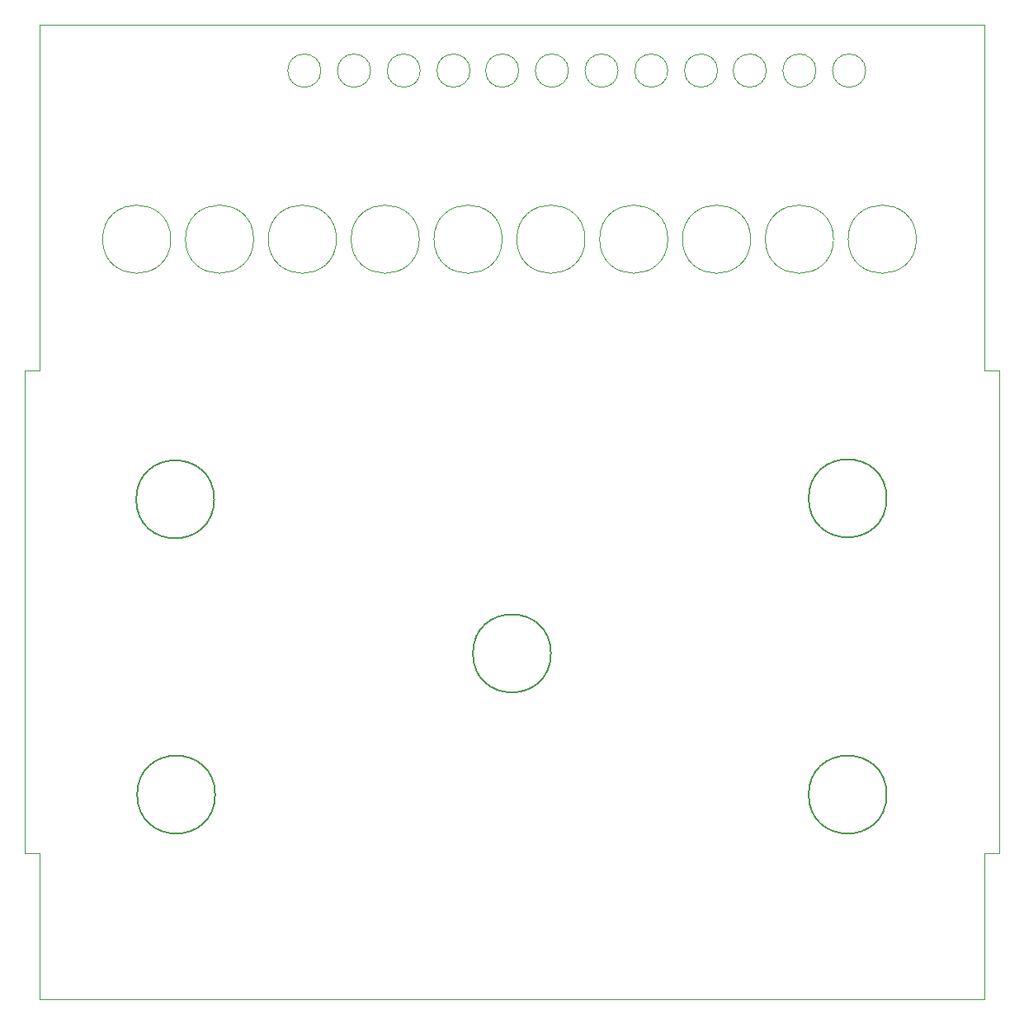
<source format=gbr>
%TF.GenerationSoftware,KiCad,Pcbnew,7.0.7*%
%TF.CreationDate,2023-10-03T08:45:34+02:00*%
%TF.ProjectId,frontPanel,66726f6e-7450-4616-9e65-6c2e6b696361,rev?*%
%TF.SameCoordinates,Original*%
%TF.FileFunction,Profile,NP*%
%FSLAX46Y46*%
G04 Gerber Fmt 4.6, Leading zero omitted, Abs format (unit mm)*
G04 Created by KiCad (PCBNEW 7.0.7) date 2023-10-03 08:45:34*
%MOMM*%
%LPD*%
G01*
G04 APERTURE LIST*
%TA.AperFunction,Profile*%
%ADD10C,0.050000*%
%TD*%
%TA.AperFunction,Profile*%
%ADD11C,0.100000*%
%TD*%
%TA.AperFunction,Profile*%
%ADD12C,0.200000*%
%TD*%
G04 APERTURE END LIST*
D10*
X179515000Y-133827731D02*
X181015000Y-133827731D01*
D11*
X164015000Y-70827731D02*
G75*
G03*
X164015000Y-70827731I-3500000J0D01*
G01*
D10*
X82515000Y-48827731D02*
X82515000Y-84327731D01*
X82515000Y-148827731D02*
X102515000Y-148827731D01*
D11*
X111415000Y-53527731D02*
G75*
G03*
X111415000Y-53527731I-1700000J0D01*
G01*
X155515000Y-70827731D02*
G75*
G03*
X155515000Y-70827731I-3500000J0D01*
G01*
X157115000Y-53527731D02*
G75*
G03*
X157115000Y-53527731I-1700000J0D01*
G01*
X130015000Y-70827731D02*
G75*
G03*
X130015000Y-70827731I-3500000J0D01*
G01*
D12*
X100464000Y-97515231D02*
G75*
G03*
X100464000Y-97515231I-4000000J0D01*
G01*
D10*
X179515000Y-148827731D02*
X159515000Y-148827731D01*
X181015000Y-84327731D02*
X179515000Y-84327731D01*
D12*
X169464000Y-127815231D02*
G75*
G03*
X169464000Y-127815231I-4000000J0D01*
G01*
D10*
X82515000Y-48827731D02*
X102515000Y-48827731D01*
D11*
X147015000Y-53527731D02*
G75*
G03*
X147015000Y-53527731I-1700000J0D01*
G01*
X162215000Y-53527731D02*
G75*
G03*
X162215000Y-53527731I-1700000J0D01*
G01*
X116515000Y-53527731D02*
G75*
G03*
X116515000Y-53527731I-1700000J0D01*
G01*
D10*
X179515000Y-84327731D02*
X179515000Y-48827731D01*
D11*
X121615000Y-53527731D02*
G75*
G03*
X121615000Y-53527731I-1700000J0D01*
G01*
X96015000Y-70827731D02*
G75*
G03*
X96015000Y-70827731I-3500000J0D01*
G01*
X152115000Y-53527731D02*
G75*
G03*
X152115000Y-53527731I-1700000J0D01*
G01*
X167315000Y-53527731D02*
G75*
G03*
X167315000Y-53527731I-1700000J0D01*
G01*
D10*
X81015000Y-133827731D02*
X81015000Y-84327731D01*
D11*
X121515000Y-70827731D02*
G75*
G03*
X121515000Y-70827731I-3500000J0D01*
G01*
D12*
X100564000Y-127815231D02*
G75*
G03*
X100564000Y-127815231I-4000000J0D01*
G01*
D11*
X141915000Y-53527731D02*
G75*
G03*
X141915000Y-53527731I-1700000J0D01*
G01*
X147015000Y-70827731D02*
G75*
G03*
X147015000Y-70827731I-3500000J0D01*
G01*
X138515000Y-70827731D02*
G75*
G03*
X138515000Y-70827731I-3500000J0D01*
G01*
D10*
X179515000Y-148827731D02*
X179515000Y-133827731D01*
D12*
X169464000Y-97415231D02*
G75*
G03*
X169464000Y-97415231I-4000000J0D01*
G01*
D11*
X131715000Y-53527731D02*
G75*
G03*
X131715000Y-53527731I-1700000J0D01*
G01*
X126715000Y-53527731D02*
G75*
G03*
X126715000Y-53527731I-1700000J0D01*
G01*
D10*
X82515000Y-84327731D02*
X81015000Y-84327731D01*
X82515000Y-133827731D02*
X82515000Y-148827731D01*
D11*
X113015000Y-70827731D02*
G75*
G03*
X113015000Y-70827731I-3500000J0D01*
G01*
D12*
X135015000Y-113327731D02*
G75*
G03*
X135015000Y-113327731I-4000000J0D01*
G01*
D10*
X81015000Y-133827731D02*
X82515000Y-133827731D01*
X181015000Y-84327731D02*
X181015000Y-133827731D01*
D11*
X136815000Y-53527731D02*
G75*
G03*
X136815000Y-53527731I-1700000J0D01*
G01*
D10*
X179515000Y-48827731D02*
X102515000Y-48827731D01*
D11*
X172515000Y-70827731D02*
G75*
G03*
X172515000Y-70827731I-3500000J0D01*
G01*
X104515000Y-70827731D02*
G75*
G03*
X104515000Y-70827731I-3500000J0D01*
G01*
D10*
X102515000Y-148827731D02*
X159515000Y-148827731D01*
M02*

</source>
